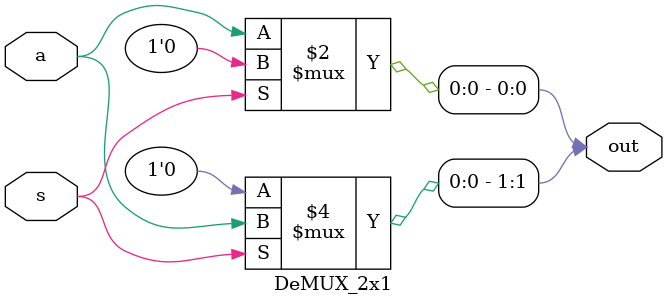
<source format=v>
module DeMUX_2x1 (a,s,out);
output [1:0] out;
input  a;
input s;
  
  assign out[0] =(s==0) ? a:1'b0;
  assign out[1] =(s==1) ? a:1'b0;
endmodule

</source>
